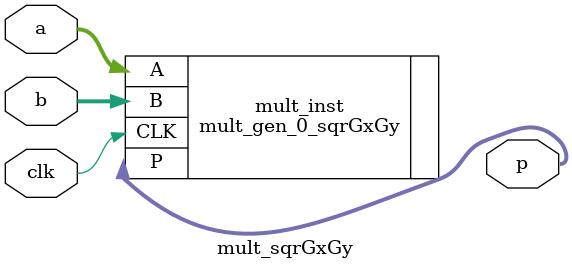
<source format=v>
module mult_sqrGxGy (
    input wire clk,
    input wire [10:0] a,
    input wire [10:0] b,
    output wire [21:0] p
);

// Instantiating the VHDL multiplier inside Verilog
mult_gen_0_sqrGxGy mult_inst (
    .CLK(clk),   // Clock
    .A(a),       // Input A (11-bit)
    .B(b),       // Input B (11-bit)
    .P(p)        // Product Output (22-bit)
);

endmodule

</source>
